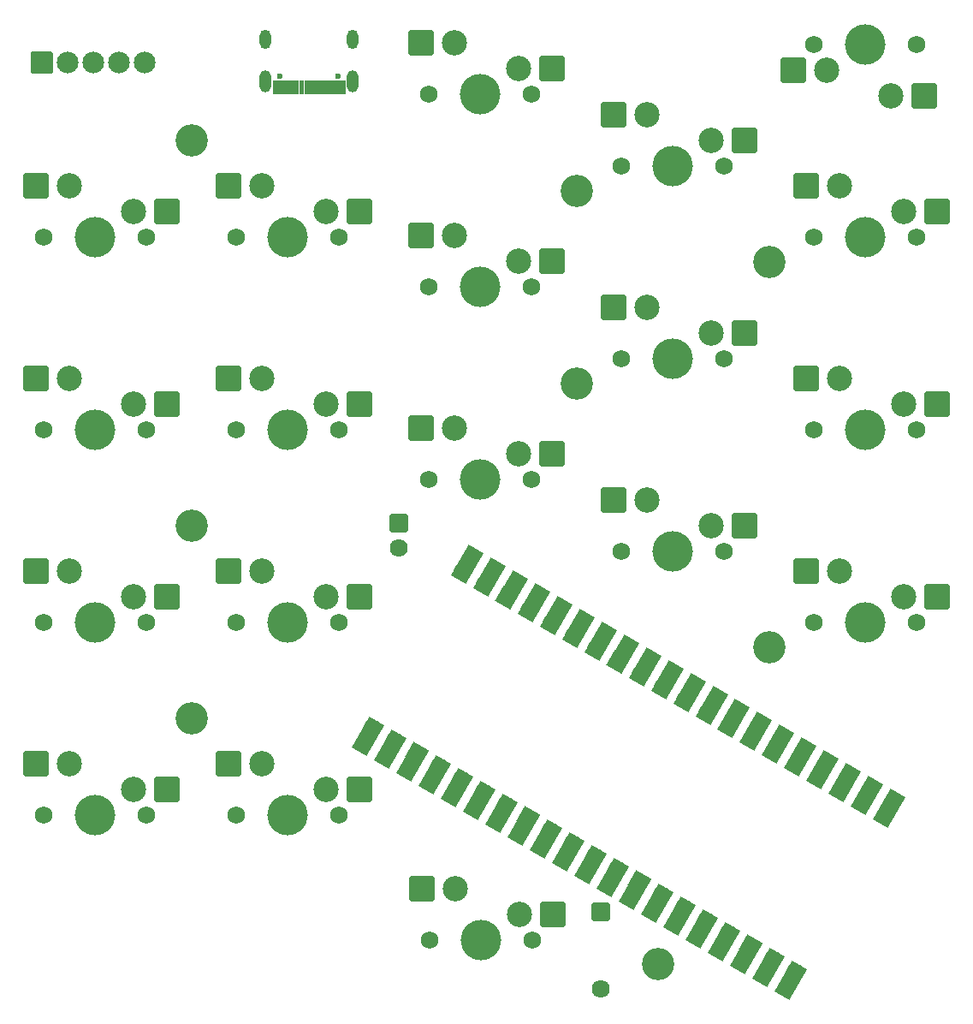
<source format=gbr>
%TF.GenerationSoftware,KiCad,Pcbnew,7.0.9-7.0.9~ubuntu22.04.1*%
%TF.CreationDate,2023-12-10T17:32:56+03:00*%
%TF.ProjectId,Keeb,4b656562-2e6b-4696-9361-645f70636258,rev?*%
%TF.SameCoordinates,Original*%
%TF.FileFunction,Soldermask,Top*%
%TF.FilePolarity,Negative*%
%FSLAX46Y46*%
G04 Gerber Fmt 4.6, Leading zero omitted, Abs format (unit mm)*
G04 Created by KiCad (PCBNEW 7.0.9-7.0.9~ubuntu22.04.1) date 2023-12-10 17:32:56*
%MOMM*%
%LPD*%
G01*
G04 APERTURE LIST*
G04 Aperture macros list*
%AMRoundRect*
0 Rectangle with rounded corners*
0 $1 Rounding radius*
0 $2 $3 $4 $5 $6 $7 $8 $9 X,Y pos of 4 corners*
0 Add a 4 corners polygon primitive as box body*
4,1,4,$2,$3,$4,$5,$6,$7,$8,$9,$2,$3,0*
0 Add four circle primitives for the rounded corners*
1,1,$1+$1,$2,$3*
1,1,$1+$1,$4,$5*
1,1,$1+$1,$6,$7*
1,1,$1+$1,$8,$9*
0 Add four rect primitives between the rounded corners*
20,1,$1+$1,$2,$3,$4,$5,0*
20,1,$1+$1,$4,$5,$6,$7,0*
20,1,$1+$1,$6,$7,$8,$9,0*
20,1,$1+$1,$8,$9,$2,$3,0*%
%AMHorizOval*
0 Thick line with rounded ends*
0 $1 width*
0 $2 $3 position (X,Y) of the first rounded end (center of the circle)*
0 $4 $5 position (X,Y) of the second rounded end (center of the circle)*
0 Add line between two ends*
20,1,$1,$2,$3,$4,$5,0*
0 Add two circle primitives to create the rounded ends*
1,1,$1,$2,$3*
1,1,$1,$4,$5*%
%AMRotRect*
0 Rectangle, with rotation*
0 The origin of the aperture is its center*
0 $1 length*
0 $2 width*
0 $3 Rotation angle, in degrees counterclockwise*
0 Add horizontal line*
21,1,$1,$2,0,0,$3*%
G04 Aperture macros list end*
%ADD10C,0.010000*%
%ADD11HorizOval,1.700000X0.000000X0.000000X0.000000X0.000000X0*%
%ADD12RotRect,3.500000X1.700000X240.000000*%
%ADD13RotRect,1.700000X1.700000X240.000000*%
%ADD14RoundRect,0.102000X0.790000X0.790000X-0.790000X0.790000X-0.790000X-0.790000X0.790000X-0.790000X0*%
%ADD15C,1.784000*%
%ADD16C,3.200000*%
%ADD17C,2.134400*%
%ADD18RoundRect,0.102000X0.965200X0.965200X-0.965200X0.965200X-0.965200X-0.965200X0.965200X-0.965200X0*%
%ADD19RoundRect,0.102000X0.787500X-0.787500X0.787500X0.787500X-0.787500X0.787500X-0.787500X-0.787500X0*%
%ADD20C,1.779000*%
%ADD21C,0.600000*%
%ADD22O,1.104000X2.204000*%
%ADD23O,1.104000X1.904000*%
%ADD24RoundRect,0.250000X1.025000X1.000000X-1.025000X1.000000X-1.025000X-1.000000X1.025000X-1.000000X0*%
%ADD25C,1.750000*%
%ADD26C,4.000000*%
%ADD27C,2.500000*%
%ADD28RoundRect,0.250000X-1.025000X-1.000000X1.025000X-1.000000X1.025000X1.000000X-1.025000X1.000000X0*%
G04 APERTURE END LIST*
%TO.C,J1*%
D10*
X136815000Y-41410000D02*
X136115000Y-41410000D01*
X136115000Y-40170000D01*
X136815000Y-40170000D01*
X136815000Y-41410000D01*
G36*
X136815000Y-41410000D02*
G01*
X136115000Y-41410000D01*
X136115000Y-40170000D01*
X136815000Y-40170000D01*
X136815000Y-41410000D01*
G37*
X136015000Y-41410000D02*
X135315000Y-41410000D01*
X135315000Y-40170000D01*
X136015000Y-40170000D01*
X136015000Y-41410000D01*
G36*
X136015000Y-41410000D02*
G01*
X135315000Y-41410000D01*
X135315000Y-40170000D01*
X136015000Y-40170000D01*
X136015000Y-41410000D01*
G37*
X135215000Y-41410000D02*
X134815000Y-41410000D01*
X134815000Y-40170000D01*
X135215000Y-40170000D01*
X135215000Y-41410000D01*
G36*
X135215000Y-41410000D02*
G01*
X134815000Y-41410000D01*
X134815000Y-40170000D01*
X135215000Y-40170000D01*
X135215000Y-41410000D01*
G37*
X134715000Y-41410000D02*
X134315000Y-41410000D01*
X134315000Y-40170000D01*
X134715000Y-40170000D01*
X134715000Y-41410000D01*
G36*
X134715000Y-41410000D02*
G01*
X134315000Y-41410000D01*
X134315000Y-40170000D01*
X134715000Y-40170000D01*
X134715000Y-41410000D01*
G37*
X134215000Y-41410000D02*
X133815000Y-41410000D01*
X133815000Y-40170000D01*
X134215000Y-40170000D01*
X134215000Y-41410000D01*
G36*
X134215000Y-41410000D02*
G01*
X133815000Y-41410000D01*
X133815000Y-40170000D01*
X134215000Y-40170000D01*
X134215000Y-41410000D01*
G37*
X133715000Y-41410000D02*
X133315000Y-41410000D01*
X133315000Y-40170000D01*
X133715000Y-40170000D01*
X133715000Y-41410000D01*
G36*
X133715000Y-41410000D02*
G01*
X133315000Y-41410000D01*
X133315000Y-40170000D01*
X133715000Y-40170000D01*
X133715000Y-41410000D01*
G37*
X133215000Y-41410000D02*
X132815000Y-41410000D01*
X132815000Y-40170000D01*
X133215000Y-40170000D01*
X133215000Y-41410000D01*
G36*
X133215000Y-41410000D02*
G01*
X132815000Y-41410000D01*
X132815000Y-40170000D01*
X133215000Y-40170000D01*
X133215000Y-41410000D01*
G37*
X132715000Y-41410000D02*
X132315000Y-41410000D01*
X132315000Y-40170000D01*
X132715000Y-40170000D01*
X132715000Y-41410000D01*
G36*
X132715000Y-41410000D02*
G01*
X132315000Y-41410000D01*
X132315000Y-40170000D01*
X132715000Y-40170000D01*
X132715000Y-41410000D01*
G37*
X132215000Y-41410000D02*
X131815000Y-41410000D01*
X131815000Y-40170000D01*
X132215000Y-40170000D01*
X132215000Y-41410000D01*
G36*
X132215000Y-41410000D02*
G01*
X131815000Y-41410000D01*
X131815000Y-40170000D01*
X132215000Y-40170000D01*
X132215000Y-41410000D01*
G37*
X131715000Y-41410000D02*
X131315000Y-41410000D01*
X131315000Y-40170000D01*
X131715000Y-40170000D01*
X131715000Y-41410000D01*
G36*
X131715000Y-41410000D02*
G01*
X131315000Y-41410000D01*
X131315000Y-40170000D01*
X131715000Y-40170000D01*
X131715000Y-41410000D01*
G37*
X131215000Y-41410000D02*
X130515000Y-41410000D01*
X130515000Y-40170000D01*
X131215000Y-40170000D01*
X131215000Y-41410000D01*
G36*
X131215000Y-41410000D02*
G01*
X130515000Y-41410000D01*
X130515000Y-40170000D01*
X131215000Y-40170000D01*
X131215000Y-41410000D01*
G37*
X130415000Y-41410000D02*
X129715000Y-41410000D01*
X129715000Y-40170000D01*
X130415000Y-40170000D01*
X130415000Y-41410000D01*
G36*
X130415000Y-41410000D02*
G01*
X129715000Y-41410000D01*
X129715000Y-40170000D01*
X130415000Y-40170000D01*
X130415000Y-41410000D01*
G37*
%TD*%
D11*
%TO.C,U1*%
X190264140Y-112900922D03*
D12*
X190714140Y-112121499D03*
D11*
X188064435Y-111630922D03*
D12*
X188514435Y-110851499D03*
D13*
X185864731Y-110360922D03*
D12*
X186314731Y-109581499D03*
D11*
X183665026Y-109090922D03*
D12*
X184115026Y-108311499D03*
D11*
X181465322Y-107820922D03*
D12*
X181915322Y-107041499D03*
D11*
X179265617Y-106550922D03*
D12*
X179715617Y-105771499D03*
D11*
X177065913Y-105280922D03*
D12*
X177515913Y-104501499D03*
D13*
X174866208Y-104010922D03*
D12*
X175316208Y-103231499D03*
D11*
X172666504Y-102740922D03*
D12*
X173116504Y-101961499D03*
D11*
X170466799Y-101470922D03*
D12*
X170916799Y-100691499D03*
D11*
X168267095Y-100200922D03*
D12*
X168717095Y-99421499D03*
D11*
X166067390Y-98930922D03*
D12*
X166517390Y-98151499D03*
D13*
X163867686Y-97660922D03*
D12*
X164317686Y-96881499D03*
D11*
X161667981Y-96390922D03*
D12*
X162117981Y-95611499D03*
D11*
X159468277Y-95120922D03*
D12*
X159918277Y-94341499D03*
D11*
X157268572Y-93850922D03*
D12*
X157718572Y-93071499D03*
D11*
X155068868Y-92580922D03*
D12*
X155518868Y-91801499D03*
D13*
X152869163Y-91310922D03*
D12*
X153319163Y-90531499D03*
D11*
X150669459Y-90040922D03*
D12*
X151119459Y-89261499D03*
D11*
X148469754Y-88770922D03*
D12*
X148919754Y-87991499D03*
D11*
X139579754Y-104168854D03*
D12*
X139129754Y-104948277D03*
D11*
X141779459Y-105438854D03*
D12*
X141329459Y-106218277D03*
D13*
X143979163Y-106708854D03*
D12*
X143529163Y-107488277D03*
D11*
X146178868Y-107978854D03*
D12*
X145728868Y-108758277D03*
D11*
X148378572Y-109248854D03*
D12*
X147928572Y-110028277D03*
D11*
X150578277Y-110518854D03*
D12*
X150128277Y-111298277D03*
D11*
X152777981Y-111788854D03*
D12*
X152327981Y-112568277D03*
D13*
X154977686Y-113058854D03*
D12*
X154527686Y-113838277D03*
D11*
X157177390Y-114328854D03*
D12*
X156727390Y-115108277D03*
D11*
X159377095Y-115598854D03*
D12*
X158927095Y-116378277D03*
D11*
X161576799Y-116868854D03*
D12*
X161126799Y-117648277D03*
D11*
X163776504Y-118138854D03*
D12*
X163326504Y-118918277D03*
D13*
X165976208Y-119408854D03*
D12*
X165526208Y-120188277D03*
D11*
X168175913Y-120678854D03*
D12*
X167725913Y-121458277D03*
D11*
X170375617Y-121948854D03*
D12*
X169925617Y-122728277D03*
D11*
X172575322Y-123218854D03*
D12*
X172125322Y-123998277D03*
D11*
X174775026Y-124488854D03*
D12*
X174325026Y-125268277D03*
D13*
X176974731Y-125758854D03*
D12*
X176524731Y-126538277D03*
D11*
X179174435Y-127028854D03*
D12*
X178724435Y-127808277D03*
D11*
X181374140Y-128298854D03*
D12*
X180924140Y-129078277D03*
%TD*%
D14*
%TO.C,S1*%
X162140000Y-122342944D03*
D15*
X162140000Y-129962944D03*
%TD*%
D16*
%TO.C,H9*%
X167846250Y-127531694D03*
%TD*%
%TO.C,H7*%
X121650000Y-84192944D03*
%TD*%
%TO.C,H4*%
X178800000Y-58092944D03*
%TD*%
%TO.C,H2*%
X159750000Y-70092944D03*
%TD*%
%TO.C,H8*%
X178800000Y-96192944D03*
%TD*%
%TO.C,H3*%
X159750000Y-51042944D03*
%TD*%
%TO.C,H1*%
X121650000Y-46092944D03*
%TD*%
%TO.C,H5*%
X121650000Y-103242944D03*
%TD*%
D17*
%TO.C,U2*%
X117030000Y-38372944D03*
X114490000Y-38372944D03*
D18*
X106870000Y-38372944D03*
D17*
X111950000Y-38372944D03*
X109410000Y-38372944D03*
%TD*%
D19*
%TO.C,J2*%
X142130000Y-83882944D03*
D20*
X142130000Y-86382944D03*
%TD*%
D21*
%TO.C,J1*%
X136155000Y-39720000D03*
X130375000Y-39720000D03*
D22*
X137590000Y-40210000D03*
X128940000Y-40210000D03*
D23*
X137590000Y-36040000D03*
X128940000Y-36040000D03*
%TD*%
D24*
%TO.C,SW3*%
X195410000Y-53077944D03*
D25*
X193405000Y-55617944D03*
D26*
X188325000Y-55617944D03*
D25*
X183245000Y-55617944D03*
D24*
X182483000Y-50537944D03*
D27*
X192135000Y-53077944D03*
X185785000Y-50537944D03*
%TD*%
D24*
%TO.C,SW4*%
X195410000Y-72127944D03*
D25*
X193405000Y-74667944D03*
D26*
X188325000Y-74667944D03*
D25*
X183245000Y-74667944D03*
D24*
X182483000Y-69587944D03*
D27*
X192135000Y-72127944D03*
X185785000Y-69587944D03*
%TD*%
D24*
%TO.C,SW5*%
X195410000Y-91177944D03*
D25*
X193405000Y-93717944D03*
D26*
X188325000Y-93717944D03*
D25*
X183245000Y-93717944D03*
D24*
X182483000Y-88637944D03*
D27*
X192135000Y-91177944D03*
X185785000Y-88637944D03*
%TD*%
D24*
%TO.C,SW6*%
X176360000Y-46027944D03*
D25*
X174355000Y-48567944D03*
D26*
X169275000Y-48567944D03*
D25*
X164195000Y-48567944D03*
D24*
X163433000Y-43487944D03*
D27*
X173085000Y-46027944D03*
X166735000Y-43487944D03*
%TD*%
D24*
%TO.C,SW7*%
X176360000Y-65077944D03*
D25*
X174355000Y-67617944D03*
D26*
X169275000Y-67617944D03*
D25*
X164195000Y-67617944D03*
D24*
X163433000Y-62537944D03*
D27*
X173085000Y-65077944D03*
X166735000Y-62537944D03*
%TD*%
D24*
%TO.C,SW8*%
X176360000Y-84127944D03*
D25*
X174355000Y-86667944D03*
D26*
X169275000Y-86667944D03*
D25*
X164195000Y-86667944D03*
D24*
X163433000Y-81587944D03*
D27*
X173085000Y-84127944D03*
X166735000Y-81587944D03*
%TD*%
D24*
%TO.C,SW9*%
X157310000Y-38977944D03*
D25*
X155305000Y-41517944D03*
D26*
X150225000Y-41517944D03*
D25*
X145145000Y-41517944D03*
D24*
X144383000Y-36437944D03*
D27*
X154035000Y-38977944D03*
X147685000Y-36437944D03*
%TD*%
D24*
%TO.C,SW10*%
X157310000Y-58027944D03*
D25*
X155305000Y-60567944D03*
D26*
X150225000Y-60567944D03*
D25*
X145145000Y-60567944D03*
D24*
X144383000Y-55487944D03*
D27*
X154035000Y-58027944D03*
X147685000Y-55487944D03*
%TD*%
D24*
%TO.C,SW11*%
X157310000Y-77077944D03*
D25*
X155305000Y-79617944D03*
D26*
X150225000Y-79617944D03*
D25*
X145145000Y-79617944D03*
D24*
X144383000Y-74537944D03*
D27*
X154035000Y-77077944D03*
X147685000Y-74537944D03*
%TD*%
D24*
%TO.C,SW13*%
X138260000Y-53077944D03*
D25*
X136255000Y-55617944D03*
D26*
X131175000Y-55617944D03*
D25*
X126095000Y-55617944D03*
D24*
X125333000Y-50537944D03*
D27*
X134985000Y-53077944D03*
X128635000Y-50537944D03*
%TD*%
D24*
%TO.C,SW14*%
X138260000Y-72127944D03*
D25*
X136255000Y-74667944D03*
D26*
X131175000Y-74667944D03*
D25*
X126095000Y-74667944D03*
D24*
X125333000Y-69587944D03*
D27*
X134985000Y-72127944D03*
X128635000Y-69587944D03*
%TD*%
D24*
%TO.C,SW15*%
X138260000Y-91177944D03*
D25*
X136255000Y-93717944D03*
D26*
X131175000Y-93717944D03*
D25*
X126095000Y-93717944D03*
D24*
X125333000Y-88637944D03*
D27*
X134985000Y-91177944D03*
X128635000Y-88637944D03*
%TD*%
D24*
%TO.C,SW16*%
X138260000Y-110227944D03*
D25*
X136255000Y-112767944D03*
D26*
X131175000Y-112767944D03*
D25*
X126095000Y-112767944D03*
D24*
X125333000Y-107687944D03*
D27*
X134985000Y-110227944D03*
X128635000Y-107687944D03*
%TD*%
D24*
%TO.C,SW17*%
X119210000Y-53077944D03*
D25*
X117205000Y-55617944D03*
D26*
X112125000Y-55617944D03*
D25*
X107045000Y-55617944D03*
D24*
X106283000Y-50537944D03*
D27*
X115935000Y-53077944D03*
X109585000Y-50537944D03*
%TD*%
D24*
%TO.C,SW18*%
X119210000Y-72127944D03*
D25*
X117205000Y-74667944D03*
D26*
X112125000Y-74667944D03*
D25*
X107045000Y-74667944D03*
D24*
X106283000Y-69587944D03*
D27*
X115935000Y-72127944D03*
X109585000Y-69587944D03*
%TD*%
D24*
%TO.C,SW19*%
X119210000Y-91177944D03*
D25*
X117205000Y-93717944D03*
D26*
X112125000Y-93717944D03*
D25*
X107045000Y-93717944D03*
D24*
X106283000Y-88637944D03*
D27*
X115935000Y-91177944D03*
X109585000Y-88637944D03*
%TD*%
D24*
%TO.C,SW20*%
X119210000Y-110227944D03*
D25*
X117205000Y-112767944D03*
D26*
X112125000Y-112767944D03*
D25*
X107045000Y-112767944D03*
D24*
X106283000Y-107687944D03*
D27*
X115935000Y-110227944D03*
X109585000Y-107687944D03*
%TD*%
D28*
%TO.C,SW2*%
X181240000Y-39107944D03*
D25*
X183245000Y-36567944D03*
D26*
X188325000Y-36567944D03*
D25*
X193405000Y-36567944D03*
D28*
X194167000Y-41647944D03*
D27*
X184515000Y-39107944D03*
X190865000Y-41647944D03*
%TD*%
D24*
%TO.C,SW1*%
X157385000Y-122632944D03*
D25*
X155380000Y-125172944D03*
D26*
X150300000Y-125172944D03*
D25*
X145220000Y-125172944D03*
D24*
X144458000Y-120092944D03*
D27*
X154110000Y-122632944D03*
X147760000Y-120092944D03*
%TD*%
M02*

</source>
